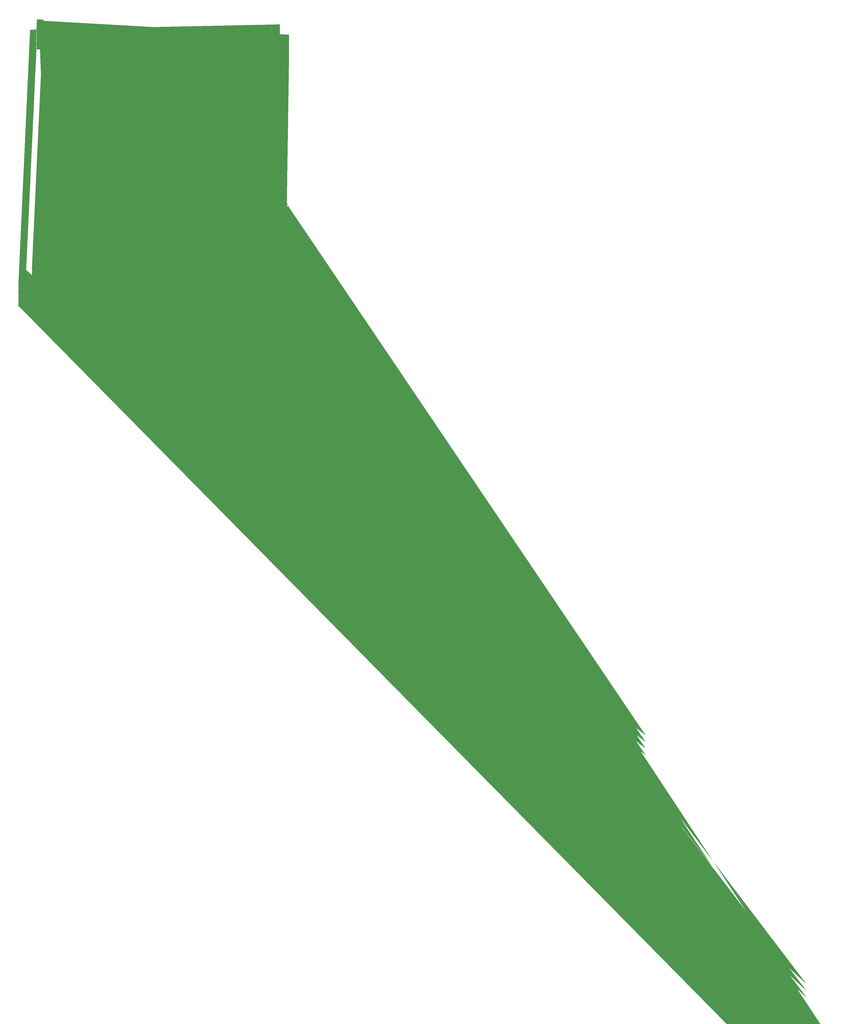
<source format=gtp>
G04 #@! TF.GenerationSoftware,KiCad,Pcbnew,8.0.5*
G04 #@! TF.CreationDate,2024-12-03T22:20:25-06:00*
G04 #@! TF.ProjectId,project,70726f6a-6563-4742-9e6b-696361645f70,rev?*
G04 #@! TF.SameCoordinates,Original*
G04 #@! TF.FileFunction,Paste,Top*
G04 #@! TF.FilePolarity,Positive*
%FSLAX46Y46*%
G04 Gerber Fmt 4.6, Leading zero omitted, Abs format (unit mm)*
G04 Created by KiCad (PCBNEW 8.0.5) date 2024-12-03 22:20:25*
%MOMM*%
%LPD*%
G01*
G04 APERTURE LIST*
G04 Aperture macros list*
%AMFreePoly0*
4,1,70,1.014978,0.374947,1.208563,0.299952,1.385071,0.190662,1.538492,0.050801,1.663601,-0.114871,1.756138,-0.300710,1.812952,-0.500389,1.832107,-0.707107,1.812952,-0.913825,1.756138,-1.113504,1.663601,-1.299343,1.538492,-1.465015,1.385071,-1.604876,1.208563,-1.714166,1.014978,-1.789161,0.810909,-1.827308,0.603305,-1.827308,0.399236,-1.789161,0.205651,-1.714166,0.029143,-1.604876,
-0.124278,-1.465015,-0.249387,-1.299343,-0.341924,-1.113504,-0.398738,-0.913825,-0.417893,-0.707107,-0.172713,-0.707107,-0.153487,-0.890032,-0.096649,-1.064962,-0.004682,-1.224252,0.118393,-1.360941,0.267197,-1.469053,0.435228,-1.543866,0.615141,-1.582107,0.799073,-1.582107,0.978986,-1.543866,1.147017,-1.469053,1.295821,-1.360941,1.418896,-1.224252,1.510863,-1.064962,1.567701,-0.890032,
1.586927,-0.707107,1.567701,-0.524182,1.510863,-0.349252,1.418896,-0.189962,1.295821,-0.053273,1.147017,0.054839,0.978986,0.129652,0.799073,0.167893,0.615141,0.167893,0.435228,0.129652,0.267197,0.054839,0.118393,-0.053273,-0.004682,-0.189962,-0.096649,-0.349252,-0.153487,-0.524182,-0.172713,-0.707107,-0.417893,-0.707107,-0.398738,-0.500389,-0.341924,-0.300710,-0.249387,-0.114871,
-0.124278,0.050801,-0.075343,0.095409,-0.062500,0.108253,-0.060736,0.108725,0.029143,0.190662,0.205651,0.299952,0.399236,0.374947,0.603305,0.413094,0.810909,0.413094,1.014978,0.374947,1.014978,0.374947,$1*%
%AMFreePoly1*
4,1,70,-0.399236,0.374947,-0.205651,0.299952,-0.029143,0.190662,0.060736,0.108725,0.062500,0.108253,0.075343,0.095409,0.124278,0.050801,0.249387,-0.114871,0.341924,-0.300710,0.398738,-0.500389,0.417893,-0.707107,0.398738,-0.913825,0.341924,-1.113504,0.249387,-1.299343,0.124278,-1.465015,-0.029143,-1.604876,-0.205651,-1.714166,-0.399236,-1.789161,-0.603305,-1.827308,-0.810909,-1.827308,
-1.014978,-1.789161,-1.208563,-1.714166,-1.385071,-1.604876,-1.538492,-1.465015,-1.663601,-1.299343,-1.756138,-1.113504,-1.812952,-0.913825,-1.832107,-0.707107,-1.586927,-0.707107,-1.567701,-0.890032,-1.510863,-1.064962,-1.418896,-1.224252,-1.295821,-1.360941,-1.147017,-1.469053,-0.978986,-1.543866,-0.799073,-1.582107,-0.615141,-1.582107,-0.435228,-1.543866,-0.267197,-1.469053,-0.118393,-1.360941,
0.004682,-1.224252,0.096649,-1.064962,0.153487,-0.890032,0.172713,-0.707107,0.153487,-0.524182,0.096649,-0.349252,0.004682,-0.189962,-0.118393,-0.053273,-0.267197,0.054839,-0.435228,0.129652,-0.615141,0.167893,-0.799073,0.167893,-0.978986,0.129652,-1.147017,0.054839,-1.295821,-0.053273,-1.418896,-0.189962,-1.510863,-0.349252,-1.567701,-0.524182,-1.586927,-0.707107,-1.832107,-0.707107,
-1.812952,-0.500389,-1.756138,-0.300710,-1.663601,-0.114871,-1.538492,0.050801,-1.385071,0.190662,-1.208563,0.299952,-1.014978,0.374947,-0.810909,0.413094,-0.603305,0.413094,-0.399236,0.374947,-0.399236,0.374947,$1*%
G04 Aperture macros list end*
%ADD10FreePoly0,0.000000*%
%ADD11FreePoly1,0.000000*%
G04 APERTURE END LIST*
D10*
X63822893Y-89627893D03*
X63822893Y-92127893D03*
X63822893Y-94627893D03*
D11*
X67737107Y-89627893D03*
X67737107Y-92127893D03*
X67737107Y-94627893D03*
D10*
X63822893Y-97127893D03*
D11*
X67737107Y-97127893D03*
M02*

</source>
